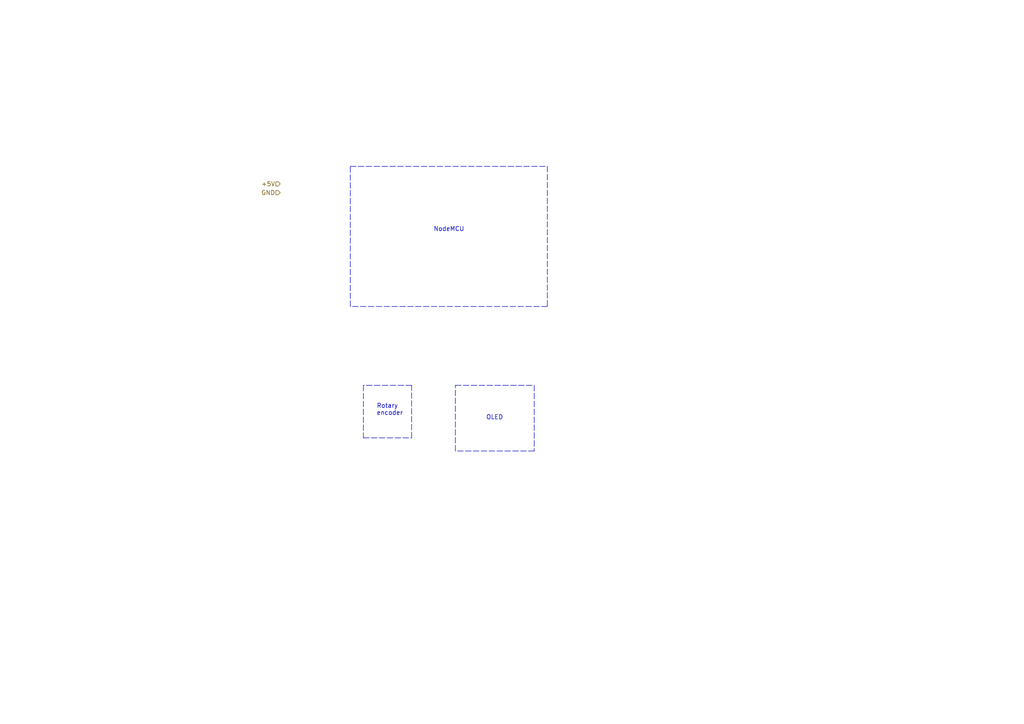
<source format=kicad_sch>
(kicad_sch (version 20211123) (generator eeschema)
  (paper "A4")
  (lib_symbols)
  (polyline (pts (xy 105.41 127) (xy 119.38 127)))
  (polyline (pts (xy 158.75 88.9) (xy 101.6 88.9)))
  (polyline (pts (xy 132.08 130.81) (xy 132.08 111.76)))
  (polyline (pts (xy 105.41 111.76) (xy 105.41 127)))
  (polyline (pts (xy 154.94 111.76) (xy 154.94 130.81)))
  (polyline (pts (xy 132.08 111.76) (xy 154.94 111.76)))
  (polyline (pts (xy 101.6 48.26) (xy 158.75 48.26)))
  (polyline (pts (xy 119.38 111.76) (xy 105.41 111.76)))
  (polyline (pts (xy 119.38 127) (xy 119.38 111.76)))
  (polyline (pts (xy 101.6 88.9) (xy 101.6 48.26)))
  (polyline (pts (xy 154.94 130.81) (xy 132.08 130.81)))
  (polyline (pts (xy 158.75 48.26) (xy 158.75 88.9)))
  (text "NodeMCU" (at 125.73 67.31 0) (effects (font (size 1.27 1.27)) (justify left bottom)))
  (text "OLED" (at 140.97 121.92 0) (effects (font (size 1.27 1.27)) (justify left bottom)))
  (text "Rotary\nencoder" (at 109.22 120.65 0) (effects (font (size 1.27 1.27)) (justify left bottom)))
  (hierarchical_label "GND" (shape input) (at 81.28 55.88 180))
  (hierarchical_label "+5V" (shape input) (at 81.28 53.34 180))
)
</source>
